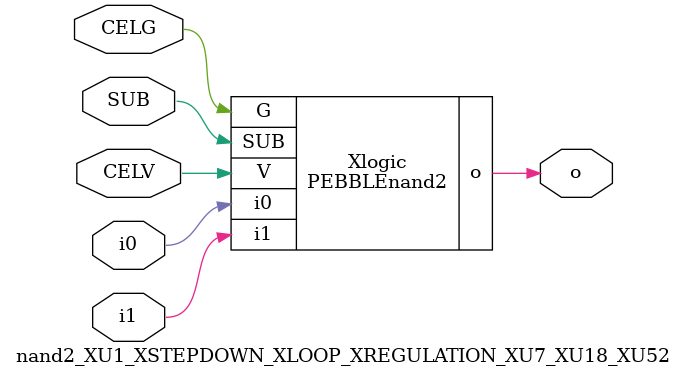
<source format=v>



module PEBBLEnand2 ( o, G, SUB, V, i0, i1 );

  input i0;
  input V;
  input i1;
  input G;
  output o;
  input SUB;
endmodule

//Celera Confidential Do Not Copy nand2_XU1_XSTEPDOWN_XLOOP_XREGULATION_XU7_XU18_XU52
//Celera Confidential Symbol Generator
//5V NAND2
module nand2_XU1_XSTEPDOWN_XLOOP_XREGULATION_XU7_XU18_XU52 (CELV,CELG,i0,i1,o,SUB);
input CELV;
input CELG;
input i0;
input i1;
input SUB;
output o;

//Celera Confidential Do Not Copy nand2
PEBBLEnand2 Xlogic(
.V (CELV),
.i0 (i0),
.i1 (i1),
.o (o),
.SUB (SUB),
.G (CELG)
);
//,diesize,PEBBLEnand2

//Celera Confidential Do Not Copy Module End
//Celera Schematic Generator
endmodule

</source>
